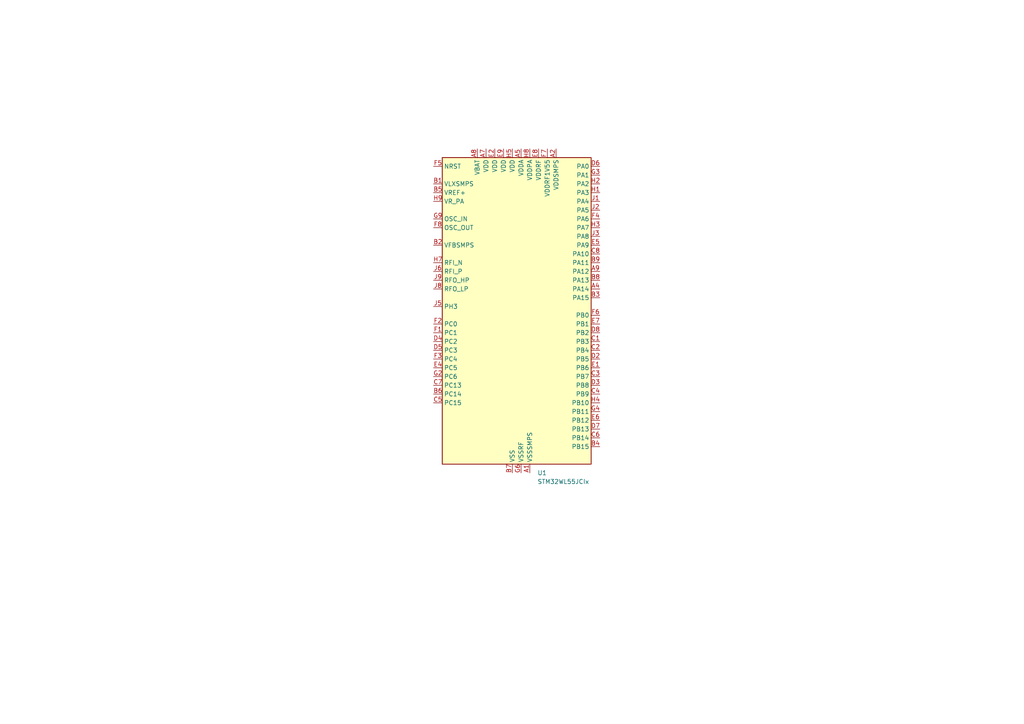
<source format=kicad_sch>
(kicad_sch (version 20231120) (generator "eeschema") (generator_version "8.0")
  (paper "A4")
  (lib_symbols
    (symbol "MCU_ST_STM32WL:STM32WL55JCIx"
      (property "Reference" "U" (at -20.32 46.99 0))
      (property "Value" "STM32WL55JCIx" (at 15.24 46.99 0))
      (symbol "STM32WL55JCIx_0_1"
        (rectangle (start -20.32 -43.18) (end 22.86 45.72) (stroke (width 0.254)) (fill (type background)))
      )
      (symbol "STM32WL55JCIx_1_1"
        (pin power_in line (at 5.08 -45.72 90) (length 2.54) (name "VSSSMPS") (number "A1"))
        (pin power_in line (at 12.7 48.26 270) (length 2.54) (name "VDDSMPS") (number "A2"))
        (pin bidirectional line (at 25.4 7.62 180) (length 2.54) (name "PA14") (number "A4"))
        (pin power_in line (at 2.54 48.26 270) (length 2.54) (name "VDDA") (number "A5"))
        (pin power_in line (at -7.62 48.26 270) (length 2.54) (name "VDD") (number "A7"))
        (pin power_in line (at -10.16 48.26 270) (length 2.54) (name "VBAT") (number "A8"))
        (pin bidirectional line (at 25.4 12.7 180) (length 2.54) (name "PA12") (number "A9"))
        (pin power_in line (at -22.86 38.1 0) (length 2.54) (name "VLXSMPS") (number "B1"))
        (pin input line (at -22.86 20.32 0) (length 2.54) (name "VFBSMPS") (number "B2"))
        (pin bidirectional line (at 25.4 5.08 180) (length 2.54) (name "PA15") (number "B3"))
        (pin bidirectional line (at 25.4 -38.1 180) (length 2.54) (name "PB15") (number "B4"))
        (pin input line (at -22.86 35.56 0) (length 2.54) (name "VREF+") (number "B5"))
        (pin bidirectional line (at -22.86 -22.86 0) (length 2.54) (name "PC14") (number "B6"))
        (pin power_in line (at 0 -45.72 90) (length 2.54) (name "VSS") (number "B7"))
        (pin bidirectional line (at 25.4 10.16 180) (length 2.54) (name "PA13") (number "B8"))
        (pin bidirectional line (at 25.4 15.24 180) (length 2.54) (name "PA11") (number "B9"))
        (pin bidirectional line (at 25.4 -7.62 180) (length 2.54) (name "PB3") (number "C1"))
        (pin bidirectional line (at 25.4 -10.16 180) (length 2.54) (name "PB4") (number "C2"))
        (pin bidirectional line (at 25.4 -17.78 180) (length 2.54) (name "PB7") (number "C3"))
        (pin bidirectional line (at 25.4 -22.86 180) (length 2.54) (name "PB9") (number "C4"))
        (pin bidirectional line (at -22.86 -25.4 0) (length 2.54) (name "PC15") (number "C5"))
        (pin bidirectional line (at 25.4 -35.56 180) (length 2.54) (name "PB14") (number "C6"))
        (pin bidirectional line (at -22.86 -20.32 0) (length 2.54) (name "PC13") (number "C7"))
        (pin bidirectional line (at 25.4 17.78 180) (length 2.54) (name "PA10") (number "C8"))
        (pin bidirectional line (at 25.4 -12.7 180) (length 2.54) (name "PB5") (number "D2"))
        (pin bidirectional line (at 25.4 -20.32 180) (length 2.54) (name "PB8") (number "D3"))
        (pin bidirectional line (at -22.86 -7.62 0) (length 2.54) (name "PC2") (number "D4"))
        (pin bidirectional line (at -22.86 -10.16 0) (length 2.54) (name "PC3") (number "D5"))
        (pin bidirectional line (at 25.4 43.18 180) (length 2.54) (name "PA0") (number "D6"))
        (pin bidirectional line (at 25.4 -33.02 180) (length 2.54) (name "PB13") (number "D7"))
        (pin bidirectional line (at 25.4 -5.08 180) (length 2.54) (name "PB2") (number "D8"))
        (pin passive line (at 0 -45.72 90) (length 2.54) hide (name "VSS") (number "D9"))
        (pin bidirectional line (at 25.4 -15.24 180) (length 2.54) (name "PB6") (number "E1"))
        (pin power_in line (at -5.08 48.26 270) (length 2.54) (name "VDD") (number "E2"))
        (pin passive line (at 0 -45.72 90) (length 2.54) hide (name "VSS") (number "E3"))
        (pin bidirectional line (at -22.86 -15.24 0) (length 2.54) (name "PC5") (number "E4"))
        (pin bidirectional line (at 25.4 20.32 180) (length 2.54) (name "PA9") (number "E5"))
        (pin bidirectional line (at 25.4 -30.48 180) (length 2.54) (name "PB12") (number "E6"))
        (pin bidirectional line (at 25.4 -2.54 180) (length 2.54) (name "PB1") (number "E7"))
        (pin power_in line (at 7.62 48.26 270) (length 2.54) (name "VDDRF") (number "E8"))
        (pin power_in line (at -2.54 48.26 270) (length 2.54) (name "VDD") (number "E9"))
        (pin bidirectional line (at -22.86 -5.08 0) (length 2.54) (name "PC1") (number "F1"))
        (pin bidirectional line (at -22.86 -2.54 0) (length 2.54) (name "PC0") (number "F2"))
        (pin bidirectional line (at -22.86 -12.7 0) (length 2.54) (name "PC4") (number "F3"))
        (pin bidirectional line (at 25.4 27.94 180) (length 2.54) (name "PA6") (number "F4"))
        (pin input line (at -22.86 43.18 0) (length 2.54) (name "NRST") (number "F5"))
        (pin bidirectional line (at 25.4 0 180) (length 2.54) (name "PB0") (number "F6"))
        (pin power_in line (at 10.16 48.26 270) (length 2.54) (name "VDDRF1V55") (number "F7"))
        (pin input line (at -22.86 25.4 0) (length 2.54) (name "OSC_OUT") (number "F8"))
        (pin bidirectional line (at -22.86 -17.78 0) (length 2.54) (name "PC6") (number "G2"))
        (pin bidirectional line (at 25.4 40.64 180) (length 2.54) (name "PA1") (number "G3"))
        (pin bidirectional line (at 25.4 -27.94 180) (length 2.54) (name "PB11") (number "G4"))
        (pin passive line (at 0 -45.72 90) (length 2.54) hide (name "VSS") (number "G5"))
        (pin power_in line (at 2.54 -45.72 90) (length 2.54) (name "VSSRF") (number "G6"))
        (pin passive line (at 2.54 -45.72 90) (length 2.54) hide (name "VSSRF") (number "G7"))
        (pin passive line (at 2.54 -45.72 90) (length 2.54) hide (name "VSSRF") (number "G8"))
        (pin input line (at -22.86 27.94 0) (length 2.54) (name "OSC_IN") (number "G9"))
        (pin bidirectional line (at 25.4 35.56 180) (length 2.54) (name "PA3") (number "H1"))
        (pin bidirectional line (at 25.4 38.1 180) (length 2.54) (name "PA2") (number "H2"))
        (pin bidirectional line (at 25.4 25.4 180) (length 2.54) (name "PA7") (number "H3"))
        (pin bidirectional line (at 25.4 -25.4 180) (length 2.54) (name "PB10") (number "H4"))
        (pin power_in line (at 0 48.26 270) (length 2.54) (name "VDD") (number "H5"))
        (pin passive line (at 2.54 -45.72 90) (length 2.54) hide (name "VSSRF") (number "H6"))
        (pin bidirectional line (at -22.86 15.24 0) (length 2.54) (name "RFI_N") (number "H7"))
        (pin power_in line (at 5.08 48.26 270) (length 2.54) (name "VDDPA") (number "H8"))
        (pin power_in line (at -22.86 33.02 0) (length 2.54) (name "VR_PA") (number "H9"))
        (pin bidirectional line (at 25.4 33.02 180) (length 2.54) (name "PA4") (number "J1"))
        (pin bidirectional line (at 25.4 30.48 180) (length 2.54) (name "PA5") (number "J2"))
        (pin bidirectional line (at 25.4 22.86 180) (length 2.54) (name "PA8") (number "J3"))
        (pin bidirectional line (at -22.86 2.54 0) (length 2.54) (name "PH3") (number "J5"))
        (pin bidirectional line (at -22.86 12.7 0) (length 2.54) (name "RFI_P") (number "J6"))
        (pin bidirectional line (at -22.86 7.62 0) (length 2.54) (name "RFO_LP") (number "J8"))
        (pin bidirectional line (at -22.86 10.16 0) (length 2.54) (name "RFO_HP") (number "J9"))
      )
    )
  )
  (symbol (lib_id "MCU_ST_STM32WL:STM32WL55JCIx") (at 148.59 91.44 0) (unit 1)
    (property "Reference" "U1" (at 155.8641 137.16 0) (effects (justify left)))
    (property "Value" "STM32WL55JCIx" (at 155.8641 139.7 0) (effects (justify left)))
    (property "Footprint" "Package_BGA:ST_UFBGA-73_5x5mm_Layout9x9_P0.5mm" (effects (hide yes)))
    (property "Datasheet" "https://www.st.com/resource/en/datasheet/stm32wl55jc.pdf" (effects (hide yes)))
    (property "Description" "STMicroelectronics Arm Cortex-M4 MCU, 256KB flash, 64KB RAM, 48 MHz, 1.8-3.6V, 43 GPIO, UFBGA73" (effects (hide yes)))
  )
)
</source>
